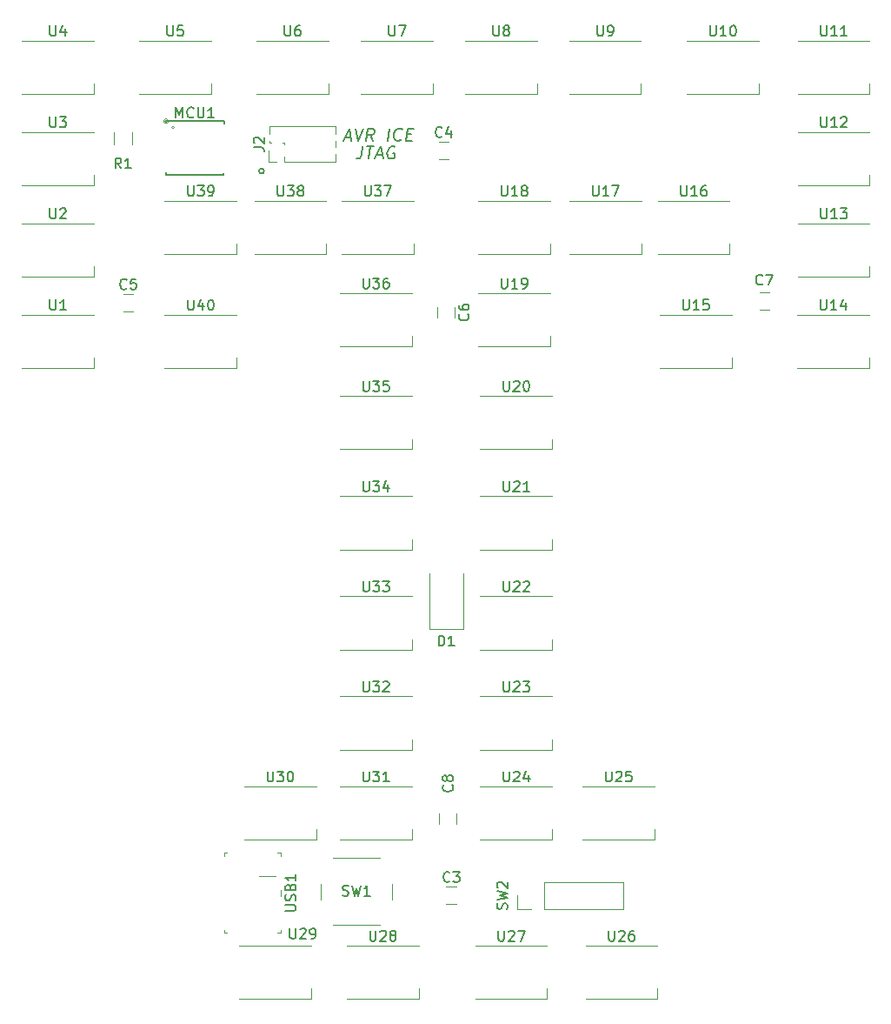
<source format=gbr>
G04 #@! TF.GenerationSoftware,KiCad,Pcbnew,(5.0.0)*
G04 #@! TF.CreationDate,2020-03-01T19:28:45-05:00*
G04 #@! TF.ProjectId,WS2812B Tiny T,575332383132422054696E7920542E6B,rev?*
G04 #@! TF.SameCoordinates,Original*
G04 #@! TF.FileFunction,Legend,Top*
G04 #@! TF.FilePolarity,Positive*
%FSLAX46Y46*%
G04 Gerber Fmt 4.6, Leading zero omitted, Abs format (unit mm)*
G04 Created by KiCad (PCBNEW (5.0.0)) date 03/01/20 19:28:45*
%MOMM*%
%LPD*%
G01*
G04 APERTURE LIST*
%ADD10C,0.200000*%
%ADD11C,0.120000*%
%ADD12C,0.100000*%
%ADD13C,0.150000*%
G04 APERTURE END LIST*
D10*
X119378392Y-68342857D02*
X119271250Y-69200000D01*
X119192678Y-69371428D01*
X119064107Y-69485714D01*
X118885535Y-69542857D01*
X118771250Y-69542857D01*
X119778392Y-68342857D02*
X120464107Y-68342857D01*
X119971250Y-69542857D02*
X120121250Y-68342857D01*
X120699821Y-69200000D02*
X121271250Y-69200000D01*
X120542678Y-69542857D02*
X121092678Y-68342857D01*
X121342678Y-69542857D01*
X122514107Y-68400000D02*
X122406964Y-68342857D01*
X122235535Y-68342857D01*
X122056964Y-68400000D01*
X121928392Y-68514285D01*
X121856964Y-68628571D01*
X121771250Y-68857142D01*
X121749821Y-69028571D01*
X121778392Y-69257142D01*
X121821250Y-69371428D01*
X121921250Y-69485714D01*
X122085535Y-69542857D01*
X122199821Y-69542857D01*
X122378392Y-69485714D01*
X122442678Y-69428571D01*
X122492678Y-69028571D01*
X122264107Y-69028571D01*
X117635535Y-67450000D02*
X118206964Y-67450000D01*
X117478392Y-67792857D02*
X118028392Y-66592857D01*
X118278392Y-67792857D01*
X118656964Y-66592857D02*
X118906964Y-67792857D01*
X119456964Y-66592857D01*
X120392678Y-67792857D02*
X120064107Y-67221428D01*
X119706964Y-67792857D02*
X119856964Y-66592857D01*
X120314107Y-66592857D01*
X120421250Y-66650000D01*
X120471250Y-66707142D01*
X120514107Y-66821428D01*
X120492678Y-66992857D01*
X120421250Y-67107142D01*
X120356964Y-67164285D01*
X120235535Y-67221428D01*
X119778392Y-67221428D01*
X121821250Y-67792857D02*
X121971250Y-66592857D01*
X123092678Y-67678571D02*
X123028392Y-67735714D01*
X122849821Y-67792857D01*
X122735535Y-67792857D01*
X122571250Y-67735714D01*
X122471250Y-67621428D01*
X122428392Y-67507142D01*
X122399821Y-67278571D01*
X122421250Y-67107142D01*
X122506964Y-66878571D01*
X122578392Y-66764285D01*
X122706964Y-66650000D01*
X122885535Y-66592857D01*
X122999821Y-66592857D01*
X123164107Y-66650000D01*
X123214107Y-66707142D01*
X123671250Y-67164285D02*
X124071250Y-67164285D01*
X124164107Y-67792857D02*
X123592678Y-67792857D01*
X123742678Y-66592857D01*
X124314107Y-66592857D01*
X109750000Y-70750000D02*
G75*
G03X109750000Y-70750000I-250000J0D01*
G01*
D11*
G04 #@! TO.C,U1*
X93162000Y-89912500D02*
X93162000Y-88912500D01*
X86162000Y-89912500D02*
X93162000Y-89912500D01*
X86162000Y-84712500D02*
X93162000Y-84712500D01*
G04 #@! TO.C,U2*
X86162000Y-75822500D02*
X93162000Y-75822500D01*
X86162000Y-81022500D02*
X93162000Y-81022500D01*
X93162000Y-81022500D02*
X93162000Y-80022500D01*
G04 #@! TO.C,U3*
X93162000Y-72132500D02*
X93162000Y-71132500D01*
X86162000Y-72132500D02*
X93162000Y-72132500D01*
X86162000Y-66932500D02*
X93162000Y-66932500D01*
G04 #@! TO.C,U4*
X86162000Y-58042500D02*
X93162000Y-58042500D01*
X86162000Y-63242500D02*
X93162000Y-63242500D01*
X93162000Y-63242500D02*
X93162000Y-62242500D01*
G04 #@! TO.C,U5*
X104592000Y-63242500D02*
X104592000Y-62242500D01*
X97592000Y-63242500D02*
X104592000Y-63242500D01*
X97592000Y-58042500D02*
X104592000Y-58042500D01*
G04 #@! TO.C,U6*
X109022000Y-58042500D02*
X116022000Y-58042500D01*
X109022000Y-63242500D02*
X116022000Y-63242500D01*
X116022000Y-63242500D02*
X116022000Y-62242500D01*
G04 #@! TO.C,U7*
X126182000Y-63242500D02*
X126182000Y-62242500D01*
X119182000Y-63242500D02*
X126182000Y-63242500D01*
X119182000Y-58042500D02*
X126182000Y-58042500D01*
G04 #@! TO.C,U8*
X129342000Y-58042500D02*
X136342000Y-58042500D01*
X129342000Y-63242500D02*
X136342000Y-63242500D01*
X136342000Y-63242500D02*
X136342000Y-62242500D01*
G04 #@! TO.C,U9*
X146462000Y-63242500D02*
X146462000Y-62242500D01*
X139462000Y-63242500D02*
X146462000Y-63242500D01*
X139462000Y-58042500D02*
X146462000Y-58042500D01*
G04 #@! TO.C,U10*
X150932000Y-58042500D02*
X157932000Y-58042500D01*
X150932000Y-63242500D02*
X157932000Y-63242500D01*
X157932000Y-63242500D02*
X157932000Y-62242500D01*
G04 #@! TO.C,U11*
X168727000Y-63242500D02*
X168727000Y-62242500D01*
X161727000Y-63242500D02*
X168727000Y-63242500D01*
X161727000Y-58042500D02*
X168727000Y-58042500D01*
G04 #@! TO.C,U12*
X161727000Y-66932500D02*
X168727000Y-66932500D01*
X161727000Y-72132500D02*
X168727000Y-72132500D01*
X168727000Y-72132500D02*
X168727000Y-71132500D01*
G04 #@! TO.C,U13*
X168727000Y-81022500D02*
X168727000Y-80022500D01*
X161727000Y-81022500D02*
X168727000Y-81022500D01*
X161727000Y-75822500D02*
X168727000Y-75822500D01*
G04 #@! TO.C,U15*
X148301000Y-84712500D02*
X155301000Y-84712500D01*
X148301000Y-89912500D02*
X155301000Y-89912500D01*
X155301000Y-89912500D02*
X155301000Y-88912500D01*
G04 #@! TO.C,U16*
X155098000Y-78822500D02*
X155098000Y-77822500D01*
X148098000Y-78822500D02*
X155098000Y-78822500D01*
X148098000Y-73622500D02*
X155098000Y-73622500D01*
G04 #@! TO.C,U17*
X139502000Y-73622500D02*
X146502000Y-73622500D01*
X139502000Y-78822500D02*
X146502000Y-78822500D01*
X146502000Y-78822500D02*
X146502000Y-77822500D01*
G04 #@! TO.C,U18*
X137612000Y-78822500D02*
X137612000Y-77822500D01*
X130612000Y-78822500D02*
X137612000Y-78822500D01*
X130612000Y-73622500D02*
X137612000Y-73622500D01*
G04 #@! TO.C,U19*
X130612000Y-82622500D02*
X137612000Y-82622500D01*
X130612000Y-87822500D02*
X137612000Y-87822500D01*
X137612000Y-87822500D02*
X137612000Y-86822500D01*
G04 #@! TO.C,U20*
X137812000Y-97822500D02*
X137812000Y-96822500D01*
X130812000Y-97822500D02*
X137812000Y-97822500D01*
X130812000Y-92622500D02*
X137812000Y-92622500D01*
G04 #@! TO.C,U21*
X137812000Y-107572000D02*
X137812000Y-106572000D01*
X130812000Y-107572000D02*
X137812000Y-107572000D01*
X130812000Y-102372000D02*
X137812000Y-102372000D01*
G04 #@! TO.C,U22*
X130812000Y-112122000D02*
X137812000Y-112122000D01*
X130812000Y-117322000D02*
X137812000Y-117322000D01*
X137812000Y-117322000D02*
X137812000Y-116322000D01*
G04 #@! TO.C,U23*
X137812000Y-127072000D02*
X137812000Y-126072000D01*
X130812000Y-127072000D02*
X137812000Y-127072000D01*
X130812000Y-121872000D02*
X137812000Y-121872000D01*
G04 #@! TO.C,U24*
X130812000Y-130622000D02*
X137812000Y-130622000D01*
X130812000Y-135822000D02*
X137812000Y-135822000D01*
X137812000Y-135822000D02*
X137812000Y-134822000D01*
G04 #@! TO.C,U25*
X147772000Y-135822000D02*
X147772000Y-134822000D01*
X140772000Y-135822000D02*
X147772000Y-135822000D01*
X140772000Y-130622000D02*
X147772000Y-130622000D01*
G04 #@! TO.C,U26*
X141062000Y-146122000D02*
X148062000Y-146122000D01*
X141062000Y-151322000D02*
X148062000Y-151322000D01*
X148062000Y-151322000D02*
X148062000Y-150322000D01*
G04 #@! TO.C,U27*
X137312000Y-151322000D02*
X137312000Y-150322000D01*
X130312000Y-151322000D02*
X137312000Y-151322000D01*
X130312000Y-146122000D02*
X137312000Y-146122000D01*
G04 #@! TO.C,U28*
X117812000Y-146122000D02*
X124812000Y-146122000D01*
X117812000Y-151322000D02*
X124812000Y-151322000D01*
X124812000Y-151322000D02*
X124812000Y-150322000D01*
G04 #@! TO.C,U29*
X114312000Y-151322000D02*
X114312000Y-150322000D01*
X107312000Y-151322000D02*
X114312000Y-151322000D01*
X107312000Y-146122000D02*
X114312000Y-146122000D01*
G04 #@! TO.C,U30*
X107812000Y-130622000D02*
X114812000Y-130622000D01*
X107812000Y-135822000D02*
X114812000Y-135822000D01*
X114812000Y-135822000D02*
X114812000Y-134822000D01*
G04 #@! TO.C,U31*
X124142000Y-135822000D02*
X124142000Y-134822000D01*
X117142000Y-135822000D02*
X124142000Y-135822000D01*
X117142000Y-130622000D02*
X124142000Y-130622000D01*
G04 #@! TO.C,U32*
X117142000Y-121872000D02*
X124142000Y-121872000D01*
X117142000Y-127072000D02*
X124142000Y-127072000D01*
X124142000Y-127072000D02*
X124142000Y-126072000D01*
G04 #@! TO.C,U33*
X124142000Y-117322000D02*
X124142000Y-116322000D01*
X117142000Y-117322000D02*
X124142000Y-117322000D01*
X117142000Y-112122000D02*
X124142000Y-112122000D01*
G04 #@! TO.C,U34*
X117142000Y-102372000D02*
X124142000Y-102372000D01*
X117142000Y-107572000D02*
X124142000Y-107572000D01*
X124142000Y-107572000D02*
X124142000Y-106572000D01*
G04 #@! TO.C,U35*
X124142000Y-97822500D02*
X124142000Y-96822500D01*
X117142000Y-97822500D02*
X124142000Y-97822500D01*
X117142000Y-92622500D02*
X124142000Y-92622500D01*
G04 #@! TO.C,U36*
X117142000Y-82622500D02*
X124142000Y-82622500D01*
X117142000Y-87822500D02*
X124142000Y-87822500D01*
X124142000Y-87822500D02*
X124142000Y-86822500D01*
G04 #@! TO.C,U37*
X124312000Y-78822500D02*
X124312000Y-77822500D01*
X117312000Y-78822500D02*
X124312000Y-78822500D01*
X117312000Y-73622500D02*
X124312000Y-73622500D01*
G04 #@! TO.C,U38*
X108812000Y-73622500D02*
X115812000Y-73622500D01*
X108812000Y-78822500D02*
X115812000Y-78822500D01*
X115812000Y-78822500D02*
X115812000Y-77822500D01*
G04 #@! TO.C,U39*
X107062000Y-78822500D02*
X107062000Y-77822500D01*
X100062000Y-78822500D02*
X107062000Y-78822500D01*
X100062000Y-73622500D02*
X107062000Y-73622500D01*
G04 #@! TO.C,U14*
X168687000Y-89912500D02*
X168687000Y-88912500D01*
X161687000Y-89912500D02*
X168687000Y-89912500D01*
X161687000Y-84712500D02*
X168687000Y-84712500D01*
G04 #@! TO.C,C3*
X128500000Y-140350000D02*
X127500000Y-140350000D01*
X127500000Y-142050000D02*
X128500000Y-142050000D01*
G04 #@! TO.C,C4*
X126750000Y-69600000D02*
X127750000Y-69600000D01*
X127750000Y-67900000D02*
X126750000Y-67900000D01*
G04 #@! TO.C,C5*
X96020000Y-84403300D02*
X97020000Y-84403300D01*
X97020000Y-82703300D02*
X96020000Y-82703300D01*
G04 #@! TO.C,C6*
X128350000Y-85000000D02*
X128350000Y-84000000D01*
X126650000Y-84000000D02*
X126650000Y-85000000D01*
G04 #@! TO.C,C7*
X158996000Y-82550900D02*
X157996000Y-82550900D01*
X157996000Y-84250900D02*
X158996000Y-84250900D01*
G04 #@! TO.C,C8*
X126750000Y-133250000D02*
X126750000Y-134250000D01*
X128450000Y-134250000D02*
X128450000Y-133250000D01*
G04 #@! TO.C,U40*
X107062000Y-89922500D02*
X107062000Y-88922500D01*
X100062000Y-89922500D02*
X107062000Y-89922500D01*
X100062000Y-84722500D02*
X107062000Y-84722500D01*
G04 #@! TO.C,SW1*
X122250000Y-141622000D02*
X122250000Y-140122000D01*
X121000000Y-137622000D02*
X116500000Y-137622000D01*
X115250000Y-140122000D02*
X115250000Y-141622000D01*
X116500000Y-144122000D02*
X121000000Y-144122000D01*
G04 #@! TO.C,R1*
X95120000Y-68150000D02*
X95120000Y-66950000D01*
X96880000Y-66950000D02*
X96880000Y-68150000D01*
D12*
G04 #@! TO.C,MCU1*
X100423607Y-65900000D02*
G75*
G03X100423607Y-65900000I-223607J0D01*
G01*
X100341421Y-65900000D02*
G75*
G03X100341421Y-65900000I-141421J0D01*
G01*
X101041421Y-66500000D02*
G75*
G03X101041421Y-66500000I-141421J0D01*
G01*
D13*
X100200000Y-65900000D02*
X100200000Y-66000000D01*
X105900000Y-65900000D02*
X105900000Y-66100000D01*
X105800000Y-71075000D02*
X105800000Y-70930000D01*
X100200000Y-71100000D02*
X100200000Y-70900000D01*
X100200000Y-65900000D02*
X105900000Y-65900000D01*
X100225000Y-71100000D02*
X105800000Y-71100000D01*
D11*
G04 #@! TO.C,D1*
X125850000Y-115300000D02*
X125850000Y-109900000D01*
X129150000Y-115300000D02*
X129150000Y-109900000D01*
X125850000Y-115300000D02*
X129150000Y-115300000D01*
G04 #@! TO.C,SW2*
X134420000Y-142580000D02*
X134420000Y-141250000D01*
X135750000Y-142580000D02*
X134420000Y-142580000D01*
X137020000Y-142580000D02*
X137020000Y-139920000D01*
X137020000Y-139920000D02*
X144700000Y-139920000D01*
X137020000Y-142580000D02*
X144700000Y-142580000D01*
X144700000Y-142580000D02*
X144700000Y-139920000D01*
G04 #@! TO.C,J2*
X110220000Y-69880000D02*
X110220000Y-68750000D01*
X110980000Y-69880000D02*
X110220000Y-69880000D01*
X110285000Y-67172470D02*
X110285000Y-66350000D01*
X110285000Y-67990000D02*
X110285000Y-67787530D01*
X110416529Y-67990000D02*
X110285000Y-67990000D01*
X111686529Y-67990000D02*
X111543471Y-67990000D01*
X111740000Y-68186529D02*
X111740000Y-68043471D01*
X111740000Y-69880000D02*
X111740000Y-69313471D01*
X110285000Y-66350000D02*
X116755000Y-66350000D01*
X111740000Y-69880000D02*
X116755000Y-69880000D01*
X116755000Y-68442470D02*
X116755000Y-67787530D01*
X116755000Y-67172470D02*
X116755000Y-66350000D01*
X116755000Y-69880000D02*
X116755000Y-69057530D01*
D12*
G04 #@! TO.C,USB1*
X110850000Y-139400000D02*
X109250000Y-139400000D01*
X111350000Y-141000000D02*
X111350000Y-141300000D01*
X111350000Y-141000000D02*
X111350000Y-140700000D01*
X105850000Y-144900000D02*
X106150000Y-144900000D01*
X105850000Y-144900000D02*
X105850000Y-144600000D01*
X105850000Y-137100000D02*
X106150000Y-137100000D01*
X105850000Y-137100000D02*
X105850000Y-137400000D01*
X111350000Y-137100000D02*
X111350000Y-137400000D01*
X111350000Y-137100000D02*
X111050000Y-137100000D01*
X111350000Y-144900000D02*
X111350000Y-144600000D01*
X111350000Y-144900000D02*
X111050000Y-144900000D01*
G04 #@! TO.C,U1*
D13*
X88900095Y-83264880D02*
X88900095Y-84074404D01*
X88947714Y-84169642D01*
X88995333Y-84217261D01*
X89090571Y-84264880D01*
X89281047Y-84264880D01*
X89376285Y-84217261D01*
X89423904Y-84169642D01*
X89471523Y-84074404D01*
X89471523Y-83264880D01*
X90471523Y-84264880D02*
X89900095Y-84264880D01*
X90185809Y-84264880D02*
X90185809Y-83264880D01*
X90090571Y-83407738D01*
X89995333Y-83502976D01*
X89900095Y-83550595D01*
G04 #@! TO.C,U2*
X88900095Y-74374880D02*
X88900095Y-75184404D01*
X88947714Y-75279642D01*
X88995333Y-75327261D01*
X89090571Y-75374880D01*
X89281047Y-75374880D01*
X89376285Y-75327261D01*
X89423904Y-75279642D01*
X89471523Y-75184404D01*
X89471523Y-74374880D01*
X89900095Y-74470119D02*
X89947714Y-74422500D01*
X90042952Y-74374880D01*
X90281047Y-74374880D01*
X90376285Y-74422500D01*
X90423904Y-74470119D01*
X90471523Y-74565357D01*
X90471523Y-74660595D01*
X90423904Y-74803452D01*
X89852476Y-75374880D01*
X90471523Y-75374880D01*
G04 #@! TO.C,U3*
X88900095Y-65484880D02*
X88900095Y-66294404D01*
X88947714Y-66389642D01*
X88995333Y-66437261D01*
X89090571Y-66484880D01*
X89281047Y-66484880D01*
X89376285Y-66437261D01*
X89423904Y-66389642D01*
X89471523Y-66294404D01*
X89471523Y-65484880D01*
X89852476Y-65484880D02*
X90471523Y-65484880D01*
X90138190Y-65865833D01*
X90281047Y-65865833D01*
X90376285Y-65913452D01*
X90423904Y-65961071D01*
X90471523Y-66056309D01*
X90471523Y-66294404D01*
X90423904Y-66389642D01*
X90376285Y-66437261D01*
X90281047Y-66484880D01*
X89995333Y-66484880D01*
X89900095Y-66437261D01*
X89852476Y-66389642D01*
G04 #@! TO.C,U4*
X88900095Y-56594880D02*
X88900095Y-57404404D01*
X88947714Y-57499642D01*
X88995333Y-57547261D01*
X89090571Y-57594880D01*
X89281047Y-57594880D01*
X89376285Y-57547261D01*
X89423904Y-57499642D01*
X89471523Y-57404404D01*
X89471523Y-56594880D01*
X90376285Y-56928214D02*
X90376285Y-57594880D01*
X90138190Y-56547261D02*
X89900095Y-57261547D01*
X90519142Y-57261547D01*
G04 #@! TO.C,U5*
X100330095Y-56594880D02*
X100330095Y-57404404D01*
X100377714Y-57499642D01*
X100425333Y-57547261D01*
X100520571Y-57594880D01*
X100711047Y-57594880D01*
X100806285Y-57547261D01*
X100853904Y-57499642D01*
X100901523Y-57404404D01*
X100901523Y-56594880D01*
X101853904Y-56594880D02*
X101377714Y-56594880D01*
X101330095Y-57071071D01*
X101377714Y-57023452D01*
X101472952Y-56975833D01*
X101711047Y-56975833D01*
X101806285Y-57023452D01*
X101853904Y-57071071D01*
X101901523Y-57166309D01*
X101901523Y-57404404D01*
X101853904Y-57499642D01*
X101806285Y-57547261D01*
X101711047Y-57594880D01*
X101472952Y-57594880D01*
X101377714Y-57547261D01*
X101330095Y-57499642D01*
G04 #@! TO.C,U6*
X111760095Y-56594880D02*
X111760095Y-57404404D01*
X111807714Y-57499642D01*
X111855333Y-57547261D01*
X111950571Y-57594880D01*
X112141047Y-57594880D01*
X112236285Y-57547261D01*
X112283904Y-57499642D01*
X112331523Y-57404404D01*
X112331523Y-56594880D01*
X113236285Y-56594880D02*
X113045809Y-56594880D01*
X112950571Y-56642500D01*
X112902952Y-56690119D01*
X112807714Y-56832976D01*
X112760095Y-57023452D01*
X112760095Y-57404404D01*
X112807714Y-57499642D01*
X112855333Y-57547261D01*
X112950571Y-57594880D01*
X113141047Y-57594880D01*
X113236285Y-57547261D01*
X113283904Y-57499642D01*
X113331523Y-57404404D01*
X113331523Y-57166309D01*
X113283904Y-57071071D01*
X113236285Y-57023452D01*
X113141047Y-56975833D01*
X112950571Y-56975833D01*
X112855333Y-57023452D01*
X112807714Y-57071071D01*
X112760095Y-57166309D01*
G04 #@! TO.C,U7*
X121920095Y-56594880D02*
X121920095Y-57404404D01*
X121967714Y-57499642D01*
X122015333Y-57547261D01*
X122110571Y-57594880D01*
X122301047Y-57594880D01*
X122396285Y-57547261D01*
X122443904Y-57499642D01*
X122491523Y-57404404D01*
X122491523Y-56594880D01*
X122872476Y-56594880D02*
X123539142Y-56594880D01*
X123110571Y-57594880D01*
G04 #@! TO.C,U8*
X132080095Y-56594880D02*
X132080095Y-57404404D01*
X132127714Y-57499642D01*
X132175333Y-57547261D01*
X132270571Y-57594880D01*
X132461047Y-57594880D01*
X132556285Y-57547261D01*
X132603904Y-57499642D01*
X132651523Y-57404404D01*
X132651523Y-56594880D01*
X133270571Y-57023452D02*
X133175333Y-56975833D01*
X133127714Y-56928214D01*
X133080095Y-56832976D01*
X133080095Y-56785357D01*
X133127714Y-56690119D01*
X133175333Y-56642500D01*
X133270571Y-56594880D01*
X133461047Y-56594880D01*
X133556285Y-56642500D01*
X133603904Y-56690119D01*
X133651523Y-56785357D01*
X133651523Y-56832976D01*
X133603904Y-56928214D01*
X133556285Y-56975833D01*
X133461047Y-57023452D01*
X133270571Y-57023452D01*
X133175333Y-57071071D01*
X133127714Y-57118690D01*
X133080095Y-57213928D01*
X133080095Y-57404404D01*
X133127714Y-57499642D01*
X133175333Y-57547261D01*
X133270571Y-57594880D01*
X133461047Y-57594880D01*
X133556285Y-57547261D01*
X133603904Y-57499642D01*
X133651523Y-57404404D01*
X133651523Y-57213928D01*
X133603904Y-57118690D01*
X133556285Y-57071071D01*
X133461047Y-57023452D01*
G04 #@! TO.C,U9*
X142200095Y-56594880D02*
X142200095Y-57404404D01*
X142247714Y-57499642D01*
X142295333Y-57547261D01*
X142390571Y-57594880D01*
X142581047Y-57594880D01*
X142676285Y-57547261D01*
X142723904Y-57499642D01*
X142771523Y-57404404D01*
X142771523Y-56594880D01*
X143295333Y-57594880D02*
X143485809Y-57594880D01*
X143581047Y-57547261D01*
X143628666Y-57499642D01*
X143723904Y-57356785D01*
X143771523Y-57166309D01*
X143771523Y-56785357D01*
X143723904Y-56690119D01*
X143676285Y-56642500D01*
X143581047Y-56594880D01*
X143390571Y-56594880D01*
X143295333Y-56642500D01*
X143247714Y-56690119D01*
X143200095Y-56785357D01*
X143200095Y-57023452D01*
X143247714Y-57118690D01*
X143295333Y-57166309D01*
X143390571Y-57213928D01*
X143581047Y-57213928D01*
X143676285Y-57166309D01*
X143723904Y-57118690D01*
X143771523Y-57023452D01*
G04 #@! TO.C,U10*
X153193904Y-56594880D02*
X153193904Y-57404404D01*
X153241523Y-57499642D01*
X153289142Y-57547261D01*
X153384380Y-57594880D01*
X153574857Y-57594880D01*
X153670095Y-57547261D01*
X153717714Y-57499642D01*
X153765333Y-57404404D01*
X153765333Y-56594880D01*
X154765333Y-57594880D02*
X154193904Y-57594880D01*
X154479619Y-57594880D02*
X154479619Y-56594880D01*
X154384380Y-56737738D01*
X154289142Y-56832976D01*
X154193904Y-56880595D01*
X155384380Y-56594880D02*
X155479619Y-56594880D01*
X155574857Y-56642500D01*
X155622476Y-56690119D01*
X155670095Y-56785357D01*
X155717714Y-56975833D01*
X155717714Y-57213928D01*
X155670095Y-57404404D01*
X155622476Y-57499642D01*
X155574857Y-57547261D01*
X155479619Y-57594880D01*
X155384380Y-57594880D01*
X155289142Y-57547261D01*
X155241523Y-57499642D01*
X155193904Y-57404404D01*
X155146285Y-57213928D01*
X155146285Y-56975833D01*
X155193904Y-56785357D01*
X155241523Y-56690119D01*
X155289142Y-56642500D01*
X155384380Y-56594880D01*
G04 #@! TO.C,U11*
X163988904Y-56594880D02*
X163988904Y-57404404D01*
X164036523Y-57499642D01*
X164084142Y-57547261D01*
X164179380Y-57594880D01*
X164369857Y-57594880D01*
X164465095Y-57547261D01*
X164512714Y-57499642D01*
X164560333Y-57404404D01*
X164560333Y-56594880D01*
X165560333Y-57594880D02*
X164988904Y-57594880D01*
X165274619Y-57594880D02*
X165274619Y-56594880D01*
X165179380Y-56737738D01*
X165084142Y-56832976D01*
X164988904Y-56880595D01*
X166512714Y-57594880D02*
X165941285Y-57594880D01*
X166227000Y-57594880D02*
X166227000Y-56594880D01*
X166131761Y-56737738D01*
X166036523Y-56832976D01*
X165941285Y-56880595D01*
G04 #@! TO.C,U12*
X163988904Y-65484880D02*
X163988904Y-66294404D01*
X164036523Y-66389642D01*
X164084142Y-66437261D01*
X164179380Y-66484880D01*
X164369857Y-66484880D01*
X164465095Y-66437261D01*
X164512714Y-66389642D01*
X164560333Y-66294404D01*
X164560333Y-65484880D01*
X165560333Y-66484880D02*
X164988904Y-66484880D01*
X165274619Y-66484880D02*
X165274619Y-65484880D01*
X165179380Y-65627738D01*
X165084142Y-65722976D01*
X164988904Y-65770595D01*
X165941285Y-65580119D02*
X165988904Y-65532500D01*
X166084142Y-65484880D01*
X166322238Y-65484880D01*
X166417476Y-65532500D01*
X166465095Y-65580119D01*
X166512714Y-65675357D01*
X166512714Y-65770595D01*
X166465095Y-65913452D01*
X165893666Y-66484880D01*
X166512714Y-66484880D01*
G04 #@! TO.C,U13*
X163988904Y-74374880D02*
X163988904Y-75184404D01*
X164036523Y-75279642D01*
X164084142Y-75327261D01*
X164179380Y-75374880D01*
X164369857Y-75374880D01*
X164465095Y-75327261D01*
X164512714Y-75279642D01*
X164560333Y-75184404D01*
X164560333Y-74374880D01*
X165560333Y-75374880D02*
X164988904Y-75374880D01*
X165274619Y-75374880D02*
X165274619Y-74374880D01*
X165179380Y-74517738D01*
X165084142Y-74612976D01*
X164988904Y-74660595D01*
X165893666Y-74374880D02*
X166512714Y-74374880D01*
X166179380Y-74755833D01*
X166322238Y-74755833D01*
X166417476Y-74803452D01*
X166465095Y-74851071D01*
X166512714Y-74946309D01*
X166512714Y-75184404D01*
X166465095Y-75279642D01*
X166417476Y-75327261D01*
X166322238Y-75374880D01*
X166036523Y-75374880D01*
X165941285Y-75327261D01*
X165893666Y-75279642D01*
G04 #@! TO.C,U15*
X150562904Y-83264880D02*
X150562904Y-84074404D01*
X150610523Y-84169642D01*
X150658142Y-84217261D01*
X150753380Y-84264880D01*
X150943857Y-84264880D01*
X151039095Y-84217261D01*
X151086714Y-84169642D01*
X151134333Y-84074404D01*
X151134333Y-83264880D01*
X152134333Y-84264880D02*
X151562904Y-84264880D01*
X151848619Y-84264880D02*
X151848619Y-83264880D01*
X151753380Y-83407738D01*
X151658142Y-83502976D01*
X151562904Y-83550595D01*
X153039095Y-83264880D02*
X152562904Y-83264880D01*
X152515285Y-83741071D01*
X152562904Y-83693452D01*
X152658142Y-83645833D01*
X152896238Y-83645833D01*
X152991476Y-83693452D01*
X153039095Y-83741071D01*
X153086714Y-83836309D01*
X153086714Y-84074404D01*
X153039095Y-84169642D01*
X152991476Y-84217261D01*
X152896238Y-84264880D01*
X152658142Y-84264880D01*
X152562904Y-84217261D01*
X152515285Y-84169642D01*
G04 #@! TO.C,U16*
X150359904Y-72174880D02*
X150359904Y-72984404D01*
X150407523Y-73079642D01*
X150455142Y-73127261D01*
X150550380Y-73174880D01*
X150740857Y-73174880D01*
X150836095Y-73127261D01*
X150883714Y-73079642D01*
X150931333Y-72984404D01*
X150931333Y-72174880D01*
X151931333Y-73174880D02*
X151359904Y-73174880D01*
X151645619Y-73174880D02*
X151645619Y-72174880D01*
X151550380Y-72317738D01*
X151455142Y-72412976D01*
X151359904Y-72460595D01*
X152788476Y-72174880D02*
X152598000Y-72174880D01*
X152502761Y-72222500D01*
X152455142Y-72270119D01*
X152359904Y-72412976D01*
X152312285Y-72603452D01*
X152312285Y-72984404D01*
X152359904Y-73079642D01*
X152407523Y-73127261D01*
X152502761Y-73174880D01*
X152693238Y-73174880D01*
X152788476Y-73127261D01*
X152836095Y-73079642D01*
X152883714Y-72984404D01*
X152883714Y-72746309D01*
X152836095Y-72651071D01*
X152788476Y-72603452D01*
X152693238Y-72555833D01*
X152502761Y-72555833D01*
X152407523Y-72603452D01*
X152359904Y-72651071D01*
X152312285Y-72746309D01*
G04 #@! TO.C,U17*
X141763904Y-72174880D02*
X141763904Y-72984404D01*
X141811523Y-73079642D01*
X141859142Y-73127261D01*
X141954380Y-73174880D01*
X142144857Y-73174880D01*
X142240095Y-73127261D01*
X142287714Y-73079642D01*
X142335333Y-72984404D01*
X142335333Y-72174880D01*
X143335333Y-73174880D02*
X142763904Y-73174880D01*
X143049619Y-73174880D02*
X143049619Y-72174880D01*
X142954380Y-72317738D01*
X142859142Y-72412976D01*
X142763904Y-72460595D01*
X143668666Y-72174880D02*
X144335333Y-72174880D01*
X143906761Y-73174880D01*
G04 #@! TO.C,U18*
X132873904Y-72174880D02*
X132873904Y-72984404D01*
X132921523Y-73079642D01*
X132969142Y-73127261D01*
X133064380Y-73174880D01*
X133254857Y-73174880D01*
X133350095Y-73127261D01*
X133397714Y-73079642D01*
X133445333Y-72984404D01*
X133445333Y-72174880D01*
X134445333Y-73174880D02*
X133873904Y-73174880D01*
X134159619Y-73174880D02*
X134159619Y-72174880D01*
X134064380Y-72317738D01*
X133969142Y-72412976D01*
X133873904Y-72460595D01*
X135016761Y-72603452D02*
X134921523Y-72555833D01*
X134873904Y-72508214D01*
X134826285Y-72412976D01*
X134826285Y-72365357D01*
X134873904Y-72270119D01*
X134921523Y-72222500D01*
X135016761Y-72174880D01*
X135207238Y-72174880D01*
X135302476Y-72222500D01*
X135350095Y-72270119D01*
X135397714Y-72365357D01*
X135397714Y-72412976D01*
X135350095Y-72508214D01*
X135302476Y-72555833D01*
X135207238Y-72603452D01*
X135016761Y-72603452D01*
X134921523Y-72651071D01*
X134873904Y-72698690D01*
X134826285Y-72793928D01*
X134826285Y-72984404D01*
X134873904Y-73079642D01*
X134921523Y-73127261D01*
X135016761Y-73174880D01*
X135207238Y-73174880D01*
X135302476Y-73127261D01*
X135350095Y-73079642D01*
X135397714Y-72984404D01*
X135397714Y-72793928D01*
X135350095Y-72698690D01*
X135302476Y-72651071D01*
X135207238Y-72603452D01*
G04 #@! TO.C,U19*
X132873904Y-81174880D02*
X132873904Y-81984404D01*
X132921523Y-82079642D01*
X132969142Y-82127261D01*
X133064380Y-82174880D01*
X133254857Y-82174880D01*
X133350095Y-82127261D01*
X133397714Y-82079642D01*
X133445333Y-81984404D01*
X133445333Y-81174880D01*
X134445333Y-82174880D02*
X133873904Y-82174880D01*
X134159619Y-82174880D02*
X134159619Y-81174880D01*
X134064380Y-81317738D01*
X133969142Y-81412976D01*
X133873904Y-81460595D01*
X134921523Y-82174880D02*
X135112000Y-82174880D01*
X135207238Y-82127261D01*
X135254857Y-82079642D01*
X135350095Y-81936785D01*
X135397714Y-81746309D01*
X135397714Y-81365357D01*
X135350095Y-81270119D01*
X135302476Y-81222500D01*
X135207238Y-81174880D01*
X135016761Y-81174880D01*
X134921523Y-81222500D01*
X134873904Y-81270119D01*
X134826285Y-81365357D01*
X134826285Y-81603452D01*
X134873904Y-81698690D01*
X134921523Y-81746309D01*
X135016761Y-81793928D01*
X135207238Y-81793928D01*
X135302476Y-81746309D01*
X135350095Y-81698690D01*
X135397714Y-81603452D01*
G04 #@! TO.C,U20*
X133073904Y-91174880D02*
X133073904Y-91984404D01*
X133121523Y-92079642D01*
X133169142Y-92127261D01*
X133264380Y-92174880D01*
X133454857Y-92174880D01*
X133550095Y-92127261D01*
X133597714Y-92079642D01*
X133645333Y-91984404D01*
X133645333Y-91174880D01*
X134073904Y-91270119D02*
X134121523Y-91222500D01*
X134216761Y-91174880D01*
X134454857Y-91174880D01*
X134550095Y-91222500D01*
X134597714Y-91270119D01*
X134645333Y-91365357D01*
X134645333Y-91460595D01*
X134597714Y-91603452D01*
X134026285Y-92174880D01*
X134645333Y-92174880D01*
X135264380Y-91174880D02*
X135359619Y-91174880D01*
X135454857Y-91222500D01*
X135502476Y-91270119D01*
X135550095Y-91365357D01*
X135597714Y-91555833D01*
X135597714Y-91793928D01*
X135550095Y-91984404D01*
X135502476Y-92079642D01*
X135454857Y-92127261D01*
X135359619Y-92174880D01*
X135264380Y-92174880D01*
X135169142Y-92127261D01*
X135121523Y-92079642D01*
X135073904Y-91984404D01*
X135026285Y-91793928D01*
X135026285Y-91555833D01*
X135073904Y-91365357D01*
X135121523Y-91270119D01*
X135169142Y-91222500D01*
X135264380Y-91174880D01*
G04 #@! TO.C,U21*
X133073904Y-100924380D02*
X133073904Y-101733904D01*
X133121523Y-101829142D01*
X133169142Y-101876761D01*
X133264380Y-101924380D01*
X133454857Y-101924380D01*
X133550095Y-101876761D01*
X133597714Y-101829142D01*
X133645333Y-101733904D01*
X133645333Y-100924380D01*
X134073904Y-101019619D02*
X134121523Y-100972000D01*
X134216761Y-100924380D01*
X134454857Y-100924380D01*
X134550095Y-100972000D01*
X134597714Y-101019619D01*
X134645333Y-101114857D01*
X134645333Y-101210095D01*
X134597714Y-101352952D01*
X134026285Y-101924380D01*
X134645333Y-101924380D01*
X135597714Y-101924380D02*
X135026285Y-101924380D01*
X135312000Y-101924380D02*
X135312000Y-100924380D01*
X135216761Y-101067238D01*
X135121523Y-101162476D01*
X135026285Y-101210095D01*
G04 #@! TO.C,U22*
X133073904Y-110674380D02*
X133073904Y-111483904D01*
X133121523Y-111579142D01*
X133169142Y-111626761D01*
X133264380Y-111674380D01*
X133454857Y-111674380D01*
X133550095Y-111626761D01*
X133597714Y-111579142D01*
X133645333Y-111483904D01*
X133645333Y-110674380D01*
X134073904Y-110769619D02*
X134121523Y-110722000D01*
X134216761Y-110674380D01*
X134454857Y-110674380D01*
X134550095Y-110722000D01*
X134597714Y-110769619D01*
X134645333Y-110864857D01*
X134645333Y-110960095D01*
X134597714Y-111102952D01*
X134026285Y-111674380D01*
X134645333Y-111674380D01*
X135026285Y-110769619D02*
X135073904Y-110722000D01*
X135169142Y-110674380D01*
X135407238Y-110674380D01*
X135502476Y-110722000D01*
X135550095Y-110769619D01*
X135597714Y-110864857D01*
X135597714Y-110960095D01*
X135550095Y-111102952D01*
X134978666Y-111674380D01*
X135597714Y-111674380D01*
G04 #@! TO.C,U23*
X133073904Y-120424380D02*
X133073904Y-121233904D01*
X133121523Y-121329142D01*
X133169142Y-121376761D01*
X133264380Y-121424380D01*
X133454857Y-121424380D01*
X133550095Y-121376761D01*
X133597714Y-121329142D01*
X133645333Y-121233904D01*
X133645333Y-120424380D01*
X134073904Y-120519619D02*
X134121523Y-120472000D01*
X134216761Y-120424380D01*
X134454857Y-120424380D01*
X134550095Y-120472000D01*
X134597714Y-120519619D01*
X134645333Y-120614857D01*
X134645333Y-120710095D01*
X134597714Y-120852952D01*
X134026285Y-121424380D01*
X134645333Y-121424380D01*
X134978666Y-120424380D02*
X135597714Y-120424380D01*
X135264380Y-120805333D01*
X135407238Y-120805333D01*
X135502476Y-120852952D01*
X135550095Y-120900571D01*
X135597714Y-120995809D01*
X135597714Y-121233904D01*
X135550095Y-121329142D01*
X135502476Y-121376761D01*
X135407238Y-121424380D01*
X135121523Y-121424380D01*
X135026285Y-121376761D01*
X134978666Y-121329142D01*
G04 #@! TO.C,U24*
X133073904Y-129174380D02*
X133073904Y-129983904D01*
X133121523Y-130079142D01*
X133169142Y-130126761D01*
X133264380Y-130174380D01*
X133454857Y-130174380D01*
X133550095Y-130126761D01*
X133597714Y-130079142D01*
X133645333Y-129983904D01*
X133645333Y-129174380D01*
X134073904Y-129269619D02*
X134121523Y-129222000D01*
X134216761Y-129174380D01*
X134454857Y-129174380D01*
X134550095Y-129222000D01*
X134597714Y-129269619D01*
X134645333Y-129364857D01*
X134645333Y-129460095D01*
X134597714Y-129602952D01*
X134026285Y-130174380D01*
X134645333Y-130174380D01*
X135502476Y-129507714D02*
X135502476Y-130174380D01*
X135264380Y-129126761D02*
X135026285Y-129841047D01*
X135645333Y-129841047D01*
G04 #@! TO.C,U25*
X143033904Y-129174380D02*
X143033904Y-129983904D01*
X143081523Y-130079142D01*
X143129142Y-130126761D01*
X143224380Y-130174380D01*
X143414857Y-130174380D01*
X143510095Y-130126761D01*
X143557714Y-130079142D01*
X143605333Y-129983904D01*
X143605333Y-129174380D01*
X144033904Y-129269619D02*
X144081523Y-129222000D01*
X144176761Y-129174380D01*
X144414857Y-129174380D01*
X144510095Y-129222000D01*
X144557714Y-129269619D01*
X144605333Y-129364857D01*
X144605333Y-129460095D01*
X144557714Y-129602952D01*
X143986285Y-130174380D01*
X144605333Y-130174380D01*
X145510095Y-129174380D02*
X145033904Y-129174380D01*
X144986285Y-129650571D01*
X145033904Y-129602952D01*
X145129142Y-129555333D01*
X145367238Y-129555333D01*
X145462476Y-129602952D01*
X145510095Y-129650571D01*
X145557714Y-129745809D01*
X145557714Y-129983904D01*
X145510095Y-130079142D01*
X145462476Y-130126761D01*
X145367238Y-130174380D01*
X145129142Y-130174380D01*
X145033904Y-130126761D01*
X144986285Y-130079142D01*
G04 #@! TO.C,U26*
X143323904Y-144674380D02*
X143323904Y-145483904D01*
X143371523Y-145579142D01*
X143419142Y-145626761D01*
X143514380Y-145674380D01*
X143704857Y-145674380D01*
X143800095Y-145626761D01*
X143847714Y-145579142D01*
X143895333Y-145483904D01*
X143895333Y-144674380D01*
X144323904Y-144769619D02*
X144371523Y-144722000D01*
X144466761Y-144674380D01*
X144704857Y-144674380D01*
X144800095Y-144722000D01*
X144847714Y-144769619D01*
X144895333Y-144864857D01*
X144895333Y-144960095D01*
X144847714Y-145102952D01*
X144276285Y-145674380D01*
X144895333Y-145674380D01*
X145752476Y-144674380D02*
X145562000Y-144674380D01*
X145466761Y-144722000D01*
X145419142Y-144769619D01*
X145323904Y-144912476D01*
X145276285Y-145102952D01*
X145276285Y-145483904D01*
X145323904Y-145579142D01*
X145371523Y-145626761D01*
X145466761Y-145674380D01*
X145657238Y-145674380D01*
X145752476Y-145626761D01*
X145800095Y-145579142D01*
X145847714Y-145483904D01*
X145847714Y-145245809D01*
X145800095Y-145150571D01*
X145752476Y-145102952D01*
X145657238Y-145055333D01*
X145466761Y-145055333D01*
X145371523Y-145102952D01*
X145323904Y-145150571D01*
X145276285Y-145245809D01*
G04 #@! TO.C,U27*
X132573904Y-144674380D02*
X132573904Y-145483904D01*
X132621523Y-145579142D01*
X132669142Y-145626761D01*
X132764380Y-145674380D01*
X132954857Y-145674380D01*
X133050095Y-145626761D01*
X133097714Y-145579142D01*
X133145333Y-145483904D01*
X133145333Y-144674380D01*
X133573904Y-144769619D02*
X133621523Y-144722000D01*
X133716761Y-144674380D01*
X133954857Y-144674380D01*
X134050095Y-144722000D01*
X134097714Y-144769619D01*
X134145333Y-144864857D01*
X134145333Y-144960095D01*
X134097714Y-145102952D01*
X133526285Y-145674380D01*
X134145333Y-145674380D01*
X134478666Y-144674380D02*
X135145333Y-144674380D01*
X134716761Y-145674380D01*
G04 #@! TO.C,U28*
X120073904Y-144674380D02*
X120073904Y-145483904D01*
X120121523Y-145579142D01*
X120169142Y-145626761D01*
X120264380Y-145674380D01*
X120454857Y-145674380D01*
X120550095Y-145626761D01*
X120597714Y-145579142D01*
X120645333Y-145483904D01*
X120645333Y-144674380D01*
X121073904Y-144769619D02*
X121121523Y-144722000D01*
X121216761Y-144674380D01*
X121454857Y-144674380D01*
X121550095Y-144722000D01*
X121597714Y-144769619D01*
X121645333Y-144864857D01*
X121645333Y-144960095D01*
X121597714Y-145102952D01*
X121026285Y-145674380D01*
X121645333Y-145674380D01*
X122216761Y-145102952D02*
X122121523Y-145055333D01*
X122073904Y-145007714D01*
X122026285Y-144912476D01*
X122026285Y-144864857D01*
X122073904Y-144769619D01*
X122121523Y-144722000D01*
X122216761Y-144674380D01*
X122407238Y-144674380D01*
X122502476Y-144722000D01*
X122550095Y-144769619D01*
X122597714Y-144864857D01*
X122597714Y-144912476D01*
X122550095Y-145007714D01*
X122502476Y-145055333D01*
X122407238Y-145102952D01*
X122216761Y-145102952D01*
X122121523Y-145150571D01*
X122073904Y-145198190D01*
X122026285Y-145293428D01*
X122026285Y-145483904D01*
X122073904Y-145579142D01*
X122121523Y-145626761D01*
X122216761Y-145674380D01*
X122407238Y-145674380D01*
X122502476Y-145626761D01*
X122550095Y-145579142D01*
X122597714Y-145483904D01*
X122597714Y-145293428D01*
X122550095Y-145198190D01*
X122502476Y-145150571D01*
X122407238Y-145102952D01*
G04 #@! TO.C,U29*
X112261904Y-144452380D02*
X112261904Y-145261904D01*
X112309523Y-145357142D01*
X112357142Y-145404761D01*
X112452380Y-145452380D01*
X112642857Y-145452380D01*
X112738095Y-145404761D01*
X112785714Y-145357142D01*
X112833333Y-145261904D01*
X112833333Y-144452380D01*
X113261904Y-144547619D02*
X113309523Y-144500000D01*
X113404761Y-144452380D01*
X113642857Y-144452380D01*
X113738095Y-144500000D01*
X113785714Y-144547619D01*
X113833333Y-144642857D01*
X113833333Y-144738095D01*
X113785714Y-144880952D01*
X113214285Y-145452380D01*
X113833333Y-145452380D01*
X114309523Y-145452380D02*
X114500000Y-145452380D01*
X114595238Y-145404761D01*
X114642857Y-145357142D01*
X114738095Y-145214285D01*
X114785714Y-145023809D01*
X114785714Y-144642857D01*
X114738095Y-144547619D01*
X114690476Y-144500000D01*
X114595238Y-144452380D01*
X114404761Y-144452380D01*
X114309523Y-144500000D01*
X114261904Y-144547619D01*
X114214285Y-144642857D01*
X114214285Y-144880952D01*
X114261904Y-144976190D01*
X114309523Y-145023809D01*
X114404761Y-145071428D01*
X114595238Y-145071428D01*
X114690476Y-145023809D01*
X114738095Y-144976190D01*
X114785714Y-144880952D01*
G04 #@! TO.C,U30*
X110073904Y-129174380D02*
X110073904Y-129983904D01*
X110121523Y-130079142D01*
X110169142Y-130126761D01*
X110264380Y-130174380D01*
X110454857Y-130174380D01*
X110550095Y-130126761D01*
X110597714Y-130079142D01*
X110645333Y-129983904D01*
X110645333Y-129174380D01*
X111026285Y-129174380D02*
X111645333Y-129174380D01*
X111312000Y-129555333D01*
X111454857Y-129555333D01*
X111550095Y-129602952D01*
X111597714Y-129650571D01*
X111645333Y-129745809D01*
X111645333Y-129983904D01*
X111597714Y-130079142D01*
X111550095Y-130126761D01*
X111454857Y-130174380D01*
X111169142Y-130174380D01*
X111073904Y-130126761D01*
X111026285Y-130079142D01*
X112264380Y-129174380D02*
X112359619Y-129174380D01*
X112454857Y-129222000D01*
X112502476Y-129269619D01*
X112550095Y-129364857D01*
X112597714Y-129555333D01*
X112597714Y-129793428D01*
X112550095Y-129983904D01*
X112502476Y-130079142D01*
X112454857Y-130126761D01*
X112359619Y-130174380D01*
X112264380Y-130174380D01*
X112169142Y-130126761D01*
X112121523Y-130079142D01*
X112073904Y-129983904D01*
X112026285Y-129793428D01*
X112026285Y-129555333D01*
X112073904Y-129364857D01*
X112121523Y-129269619D01*
X112169142Y-129222000D01*
X112264380Y-129174380D01*
G04 #@! TO.C,U31*
X119403904Y-129174380D02*
X119403904Y-129983904D01*
X119451523Y-130079142D01*
X119499142Y-130126761D01*
X119594380Y-130174380D01*
X119784857Y-130174380D01*
X119880095Y-130126761D01*
X119927714Y-130079142D01*
X119975333Y-129983904D01*
X119975333Y-129174380D01*
X120356285Y-129174380D02*
X120975333Y-129174380D01*
X120642000Y-129555333D01*
X120784857Y-129555333D01*
X120880095Y-129602952D01*
X120927714Y-129650571D01*
X120975333Y-129745809D01*
X120975333Y-129983904D01*
X120927714Y-130079142D01*
X120880095Y-130126761D01*
X120784857Y-130174380D01*
X120499142Y-130174380D01*
X120403904Y-130126761D01*
X120356285Y-130079142D01*
X121927714Y-130174380D02*
X121356285Y-130174380D01*
X121642000Y-130174380D02*
X121642000Y-129174380D01*
X121546761Y-129317238D01*
X121451523Y-129412476D01*
X121356285Y-129460095D01*
G04 #@! TO.C,U32*
X119403904Y-120424380D02*
X119403904Y-121233904D01*
X119451523Y-121329142D01*
X119499142Y-121376761D01*
X119594380Y-121424380D01*
X119784857Y-121424380D01*
X119880095Y-121376761D01*
X119927714Y-121329142D01*
X119975333Y-121233904D01*
X119975333Y-120424380D01*
X120356285Y-120424380D02*
X120975333Y-120424380D01*
X120642000Y-120805333D01*
X120784857Y-120805333D01*
X120880095Y-120852952D01*
X120927714Y-120900571D01*
X120975333Y-120995809D01*
X120975333Y-121233904D01*
X120927714Y-121329142D01*
X120880095Y-121376761D01*
X120784857Y-121424380D01*
X120499142Y-121424380D01*
X120403904Y-121376761D01*
X120356285Y-121329142D01*
X121356285Y-120519619D02*
X121403904Y-120472000D01*
X121499142Y-120424380D01*
X121737238Y-120424380D01*
X121832476Y-120472000D01*
X121880095Y-120519619D01*
X121927714Y-120614857D01*
X121927714Y-120710095D01*
X121880095Y-120852952D01*
X121308666Y-121424380D01*
X121927714Y-121424380D01*
G04 #@! TO.C,U33*
X119403904Y-110674380D02*
X119403904Y-111483904D01*
X119451523Y-111579142D01*
X119499142Y-111626761D01*
X119594380Y-111674380D01*
X119784857Y-111674380D01*
X119880095Y-111626761D01*
X119927714Y-111579142D01*
X119975333Y-111483904D01*
X119975333Y-110674380D01*
X120356285Y-110674380D02*
X120975333Y-110674380D01*
X120642000Y-111055333D01*
X120784857Y-111055333D01*
X120880095Y-111102952D01*
X120927714Y-111150571D01*
X120975333Y-111245809D01*
X120975333Y-111483904D01*
X120927714Y-111579142D01*
X120880095Y-111626761D01*
X120784857Y-111674380D01*
X120499142Y-111674380D01*
X120403904Y-111626761D01*
X120356285Y-111579142D01*
X121308666Y-110674380D02*
X121927714Y-110674380D01*
X121594380Y-111055333D01*
X121737238Y-111055333D01*
X121832476Y-111102952D01*
X121880095Y-111150571D01*
X121927714Y-111245809D01*
X121927714Y-111483904D01*
X121880095Y-111579142D01*
X121832476Y-111626761D01*
X121737238Y-111674380D01*
X121451523Y-111674380D01*
X121356285Y-111626761D01*
X121308666Y-111579142D01*
G04 #@! TO.C,U34*
X119403904Y-100924380D02*
X119403904Y-101733904D01*
X119451523Y-101829142D01*
X119499142Y-101876761D01*
X119594380Y-101924380D01*
X119784857Y-101924380D01*
X119880095Y-101876761D01*
X119927714Y-101829142D01*
X119975333Y-101733904D01*
X119975333Y-100924380D01*
X120356285Y-100924380D02*
X120975333Y-100924380D01*
X120642000Y-101305333D01*
X120784857Y-101305333D01*
X120880095Y-101352952D01*
X120927714Y-101400571D01*
X120975333Y-101495809D01*
X120975333Y-101733904D01*
X120927714Y-101829142D01*
X120880095Y-101876761D01*
X120784857Y-101924380D01*
X120499142Y-101924380D01*
X120403904Y-101876761D01*
X120356285Y-101829142D01*
X121832476Y-101257714D02*
X121832476Y-101924380D01*
X121594380Y-100876761D02*
X121356285Y-101591047D01*
X121975333Y-101591047D01*
G04 #@! TO.C,U35*
X119403904Y-91174880D02*
X119403904Y-91984404D01*
X119451523Y-92079642D01*
X119499142Y-92127261D01*
X119594380Y-92174880D01*
X119784857Y-92174880D01*
X119880095Y-92127261D01*
X119927714Y-92079642D01*
X119975333Y-91984404D01*
X119975333Y-91174880D01*
X120356285Y-91174880D02*
X120975333Y-91174880D01*
X120642000Y-91555833D01*
X120784857Y-91555833D01*
X120880095Y-91603452D01*
X120927714Y-91651071D01*
X120975333Y-91746309D01*
X120975333Y-91984404D01*
X120927714Y-92079642D01*
X120880095Y-92127261D01*
X120784857Y-92174880D01*
X120499142Y-92174880D01*
X120403904Y-92127261D01*
X120356285Y-92079642D01*
X121880095Y-91174880D02*
X121403904Y-91174880D01*
X121356285Y-91651071D01*
X121403904Y-91603452D01*
X121499142Y-91555833D01*
X121737238Y-91555833D01*
X121832476Y-91603452D01*
X121880095Y-91651071D01*
X121927714Y-91746309D01*
X121927714Y-91984404D01*
X121880095Y-92079642D01*
X121832476Y-92127261D01*
X121737238Y-92174880D01*
X121499142Y-92174880D01*
X121403904Y-92127261D01*
X121356285Y-92079642D01*
G04 #@! TO.C,U36*
X119403904Y-81174880D02*
X119403904Y-81984404D01*
X119451523Y-82079642D01*
X119499142Y-82127261D01*
X119594380Y-82174880D01*
X119784857Y-82174880D01*
X119880095Y-82127261D01*
X119927714Y-82079642D01*
X119975333Y-81984404D01*
X119975333Y-81174880D01*
X120356285Y-81174880D02*
X120975333Y-81174880D01*
X120642000Y-81555833D01*
X120784857Y-81555833D01*
X120880095Y-81603452D01*
X120927714Y-81651071D01*
X120975333Y-81746309D01*
X120975333Y-81984404D01*
X120927714Y-82079642D01*
X120880095Y-82127261D01*
X120784857Y-82174880D01*
X120499142Y-82174880D01*
X120403904Y-82127261D01*
X120356285Y-82079642D01*
X121832476Y-81174880D02*
X121642000Y-81174880D01*
X121546761Y-81222500D01*
X121499142Y-81270119D01*
X121403904Y-81412976D01*
X121356285Y-81603452D01*
X121356285Y-81984404D01*
X121403904Y-82079642D01*
X121451523Y-82127261D01*
X121546761Y-82174880D01*
X121737238Y-82174880D01*
X121832476Y-82127261D01*
X121880095Y-82079642D01*
X121927714Y-81984404D01*
X121927714Y-81746309D01*
X121880095Y-81651071D01*
X121832476Y-81603452D01*
X121737238Y-81555833D01*
X121546761Y-81555833D01*
X121451523Y-81603452D01*
X121403904Y-81651071D01*
X121356285Y-81746309D01*
G04 #@! TO.C,U37*
X119573904Y-72174880D02*
X119573904Y-72984404D01*
X119621523Y-73079642D01*
X119669142Y-73127261D01*
X119764380Y-73174880D01*
X119954857Y-73174880D01*
X120050095Y-73127261D01*
X120097714Y-73079642D01*
X120145333Y-72984404D01*
X120145333Y-72174880D01*
X120526285Y-72174880D02*
X121145333Y-72174880D01*
X120812000Y-72555833D01*
X120954857Y-72555833D01*
X121050095Y-72603452D01*
X121097714Y-72651071D01*
X121145333Y-72746309D01*
X121145333Y-72984404D01*
X121097714Y-73079642D01*
X121050095Y-73127261D01*
X120954857Y-73174880D01*
X120669142Y-73174880D01*
X120573904Y-73127261D01*
X120526285Y-73079642D01*
X121478666Y-72174880D02*
X122145333Y-72174880D01*
X121716761Y-73174880D01*
G04 #@! TO.C,U38*
X111073904Y-72174880D02*
X111073904Y-72984404D01*
X111121523Y-73079642D01*
X111169142Y-73127261D01*
X111264380Y-73174880D01*
X111454857Y-73174880D01*
X111550095Y-73127261D01*
X111597714Y-73079642D01*
X111645333Y-72984404D01*
X111645333Y-72174880D01*
X112026285Y-72174880D02*
X112645333Y-72174880D01*
X112312000Y-72555833D01*
X112454857Y-72555833D01*
X112550095Y-72603452D01*
X112597714Y-72651071D01*
X112645333Y-72746309D01*
X112645333Y-72984404D01*
X112597714Y-73079642D01*
X112550095Y-73127261D01*
X112454857Y-73174880D01*
X112169142Y-73174880D01*
X112073904Y-73127261D01*
X112026285Y-73079642D01*
X113216761Y-72603452D02*
X113121523Y-72555833D01*
X113073904Y-72508214D01*
X113026285Y-72412976D01*
X113026285Y-72365357D01*
X113073904Y-72270119D01*
X113121523Y-72222500D01*
X113216761Y-72174880D01*
X113407238Y-72174880D01*
X113502476Y-72222500D01*
X113550095Y-72270119D01*
X113597714Y-72365357D01*
X113597714Y-72412976D01*
X113550095Y-72508214D01*
X113502476Y-72555833D01*
X113407238Y-72603452D01*
X113216761Y-72603452D01*
X113121523Y-72651071D01*
X113073904Y-72698690D01*
X113026285Y-72793928D01*
X113026285Y-72984404D01*
X113073904Y-73079642D01*
X113121523Y-73127261D01*
X113216761Y-73174880D01*
X113407238Y-73174880D01*
X113502476Y-73127261D01*
X113550095Y-73079642D01*
X113597714Y-72984404D01*
X113597714Y-72793928D01*
X113550095Y-72698690D01*
X113502476Y-72651071D01*
X113407238Y-72603452D01*
G04 #@! TO.C,U39*
X102323904Y-72174880D02*
X102323904Y-72984404D01*
X102371523Y-73079642D01*
X102419142Y-73127261D01*
X102514380Y-73174880D01*
X102704857Y-73174880D01*
X102800095Y-73127261D01*
X102847714Y-73079642D01*
X102895333Y-72984404D01*
X102895333Y-72174880D01*
X103276285Y-72174880D02*
X103895333Y-72174880D01*
X103562000Y-72555833D01*
X103704857Y-72555833D01*
X103800095Y-72603452D01*
X103847714Y-72651071D01*
X103895333Y-72746309D01*
X103895333Y-72984404D01*
X103847714Y-73079642D01*
X103800095Y-73127261D01*
X103704857Y-73174880D01*
X103419142Y-73174880D01*
X103323904Y-73127261D01*
X103276285Y-73079642D01*
X104371523Y-73174880D02*
X104562000Y-73174880D01*
X104657238Y-73127261D01*
X104704857Y-73079642D01*
X104800095Y-72936785D01*
X104847714Y-72746309D01*
X104847714Y-72365357D01*
X104800095Y-72270119D01*
X104752476Y-72222500D01*
X104657238Y-72174880D01*
X104466761Y-72174880D01*
X104371523Y-72222500D01*
X104323904Y-72270119D01*
X104276285Y-72365357D01*
X104276285Y-72603452D01*
X104323904Y-72698690D01*
X104371523Y-72746309D01*
X104466761Y-72793928D01*
X104657238Y-72793928D01*
X104752476Y-72746309D01*
X104800095Y-72698690D01*
X104847714Y-72603452D01*
G04 #@! TO.C,U14*
X163948904Y-83264880D02*
X163948904Y-84074404D01*
X163996523Y-84169642D01*
X164044142Y-84217261D01*
X164139380Y-84264880D01*
X164329857Y-84264880D01*
X164425095Y-84217261D01*
X164472714Y-84169642D01*
X164520333Y-84074404D01*
X164520333Y-83264880D01*
X165520333Y-84264880D02*
X164948904Y-84264880D01*
X165234619Y-84264880D02*
X165234619Y-83264880D01*
X165139380Y-83407738D01*
X165044142Y-83502976D01*
X164948904Y-83550595D01*
X166377476Y-83598214D02*
X166377476Y-84264880D01*
X166139380Y-83217261D02*
X165901285Y-83931547D01*
X166520333Y-83931547D01*
G04 #@! TO.C,C3*
X127833333Y-139857142D02*
X127785714Y-139904761D01*
X127642857Y-139952380D01*
X127547619Y-139952380D01*
X127404761Y-139904761D01*
X127309523Y-139809523D01*
X127261904Y-139714285D01*
X127214285Y-139523809D01*
X127214285Y-139380952D01*
X127261904Y-139190476D01*
X127309523Y-139095238D01*
X127404761Y-139000000D01*
X127547619Y-138952380D01*
X127642857Y-138952380D01*
X127785714Y-139000000D01*
X127833333Y-139047619D01*
X128166666Y-138952380D02*
X128785714Y-138952380D01*
X128452380Y-139333333D01*
X128595238Y-139333333D01*
X128690476Y-139380952D01*
X128738095Y-139428571D01*
X128785714Y-139523809D01*
X128785714Y-139761904D01*
X128738095Y-139857142D01*
X128690476Y-139904761D01*
X128595238Y-139952380D01*
X128309523Y-139952380D01*
X128214285Y-139904761D01*
X128166666Y-139857142D01*
G04 #@! TO.C,C4*
X127083333Y-67357142D02*
X127035714Y-67404761D01*
X126892857Y-67452380D01*
X126797619Y-67452380D01*
X126654761Y-67404761D01*
X126559523Y-67309523D01*
X126511904Y-67214285D01*
X126464285Y-67023809D01*
X126464285Y-66880952D01*
X126511904Y-66690476D01*
X126559523Y-66595238D01*
X126654761Y-66500000D01*
X126797619Y-66452380D01*
X126892857Y-66452380D01*
X127035714Y-66500000D01*
X127083333Y-66547619D01*
X127940476Y-66785714D02*
X127940476Y-67452380D01*
X127702380Y-66404761D02*
X127464285Y-67119047D01*
X128083333Y-67119047D01*
G04 #@! TO.C,C5*
X96353333Y-82160442D02*
X96305714Y-82208061D01*
X96162857Y-82255680D01*
X96067619Y-82255680D01*
X95924761Y-82208061D01*
X95829523Y-82112823D01*
X95781904Y-82017585D01*
X95734285Y-81827109D01*
X95734285Y-81684252D01*
X95781904Y-81493776D01*
X95829523Y-81398538D01*
X95924761Y-81303300D01*
X96067619Y-81255680D01*
X96162857Y-81255680D01*
X96305714Y-81303300D01*
X96353333Y-81350919D01*
X97258095Y-81255680D02*
X96781904Y-81255680D01*
X96734285Y-81731871D01*
X96781904Y-81684252D01*
X96877142Y-81636633D01*
X97115238Y-81636633D01*
X97210476Y-81684252D01*
X97258095Y-81731871D01*
X97305714Y-81827109D01*
X97305714Y-82065204D01*
X97258095Y-82160442D01*
X97210476Y-82208061D01*
X97115238Y-82255680D01*
X96877142Y-82255680D01*
X96781904Y-82208061D01*
X96734285Y-82160442D01*
G04 #@! TO.C,C6*
X129607142Y-84666666D02*
X129654761Y-84714285D01*
X129702380Y-84857142D01*
X129702380Y-84952380D01*
X129654761Y-85095238D01*
X129559523Y-85190476D01*
X129464285Y-85238095D01*
X129273809Y-85285714D01*
X129130952Y-85285714D01*
X128940476Y-85238095D01*
X128845238Y-85190476D01*
X128750000Y-85095238D01*
X128702380Y-84952380D01*
X128702380Y-84857142D01*
X128750000Y-84714285D01*
X128797619Y-84666666D01*
X128702380Y-83809523D02*
X128702380Y-84000000D01*
X128750000Y-84095238D01*
X128797619Y-84142857D01*
X128940476Y-84238095D01*
X129130952Y-84285714D01*
X129511904Y-84285714D01*
X129607142Y-84238095D01*
X129654761Y-84190476D01*
X129702380Y-84095238D01*
X129702380Y-83904761D01*
X129654761Y-83809523D01*
X129607142Y-83761904D01*
X129511904Y-83714285D01*
X129273809Y-83714285D01*
X129178571Y-83761904D01*
X129130952Y-83809523D01*
X129083333Y-83904761D01*
X129083333Y-84095238D01*
X129130952Y-84190476D01*
X129178571Y-84238095D01*
X129273809Y-84285714D01*
G04 #@! TO.C,C7*
X158298533Y-81726042D02*
X158250914Y-81773661D01*
X158108057Y-81821280D01*
X158012819Y-81821280D01*
X157869961Y-81773661D01*
X157774723Y-81678423D01*
X157727104Y-81583185D01*
X157679485Y-81392709D01*
X157679485Y-81249852D01*
X157727104Y-81059376D01*
X157774723Y-80964138D01*
X157869961Y-80868900D01*
X158012819Y-80821280D01*
X158108057Y-80821280D01*
X158250914Y-80868900D01*
X158298533Y-80916519D01*
X158631866Y-80821280D02*
X159298533Y-80821280D01*
X158869961Y-81821280D01*
G04 #@! TO.C,C8*
X128058742Y-130513066D02*
X128106361Y-130560685D01*
X128153980Y-130703542D01*
X128153980Y-130798780D01*
X128106361Y-130941638D01*
X128011123Y-131036876D01*
X127915885Y-131084495D01*
X127725409Y-131132114D01*
X127582552Y-131132114D01*
X127392076Y-131084495D01*
X127296838Y-131036876D01*
X127201600Y-130941638D01*
X127153980Y-130798780D01*
X127153980Y-130703542D01*
X127201600Y-130560685D01*
X127249219Y-130513066D01*
X127582552Y-129941638D02*
X127534933Y-130036876D01*
X127487314Y-130084495D01*
X127392076Y-130132114D01*
X127344457Y-130132114D01*
X127249219Y-130084495D01*
X127201600Y-130036876D01*
X127153980Y-129941638D01*
X127153980Y-129751161D01*
X127201600Y-129655923D01*
X127249219Y-129608304D01*
X127344457Y-129560685D01*
X127392076Y-129560685D01*
X127487314Y-129608304D01*
X127534933Y-129655923D01*
X127582552Y-129751161D01*
X127582552Y-129941638D01*
X127630171Y-130036876D01*
X127677790Y-130084495D01*
X127773028Y-130132114D01*
X127963504Y-130132114D01*
X128058742Y-130084495D01*
X128106361Y-130036876D01*
X128153980Y-129941638D01*
X128153980Y-129751161D01*
X128106361Y-129655923D01*
X128058742Y-129608304D01*
X127963504Y-129560685D01*
X127773028Y-129560685D01*
X127677790Y-129608304D01*
X127630171Y-129655923D01*
X127582552Y-129751161D01*
G04 #@! TO.C,U40*
X102323904Y-83274880D02*
X102323904Y-84084404D01*
X102371523Y-84179642D01*
X102419142Y-84227261D01*
X102514380Y-84274880D01*
X102704857Y-84274880D01*
X102800095Y-84227261D01*
X102847714Y-84179642D01*
X102895333Y-84084404D01*
X102895333Y-83274880D01*
X103800095Y-83608214D02*
X103800095Y-84274880D01*
X103562000Y-83227261D02*
X103323904Y-83941547D01*
X103942952Y-83941547D01*
X104514380Y-83274880D02*
X104609619Y-83274880D01*
X104704857Y-83322500D01*
X104752476Y-83370119D01*
X104800095Y-83465357D01*
X104847714Y-83655833D01*
X104847714Y-83893928D01*
X104800095Y-84084404D01*
X104752476Y-84179642D01*
X104704857Y-84227261D01*
X104609619Y-84274880D01*
X104514380Y-84274880D01*
X104419142Y-84227261D01*
X104371523Y-84179642D01*
X104323904Y-84084404D01*
X104276285Y-83893928D01*
X104276285Y-83655833D01*
X104323904Y-83465357D01*
X104371523Y-83370119D01*
X104419142Y-83322500D01*
X104514380Y-83274880D01*
G04 #@! TO.C,SW1*
X117416666Y-141226761D02*
X117559523Y-141274380D01*
X117797619Y-141274380D01*
X117892857Y-141226761D01*
X117940476Y-141179142D01*
X117988095Y-141083904D01*
X117988095Y-140988666D01*
X117940476Y-140893428D01*
X117892857Y-140845809D01*
X117797619Y-140798190D01*
X117607142Y-140750571D01*
X117511904Y-140702952D01*
X117464285Y-140655333D01*
X117416666Y-140560095D01*
X117416666Y-140464857D01*
X117464285Y-140369619D01*
X117511904Y-140322000D01*
X117607142Y-140274380D01*
X117845238Y-140274380D01*
X117988095Y-140322000D01*
X118321428Y-140274380D02*
X118559523Y-141274380D01*
X118750000Y-140560095D01*
X118940476Y-141274380D01*
X119178571Y-140274380D01*
X120083333Y-141274380D02*
X119511904Y-141274380D01*
X119797619Y-141274380D02*
X119797619Y-140274380D01*
X119702380Y-140417238D01*
X119607142Y-140512476D01*
X119511904Y-140560095D01*
G04 #@! TO.C,R1*
X95833333Y-70476380D02*
X95500000Y-70000190D01*
X95261904Y-70476380D02*
X95261904Y-69476380D01*
X95642857Y-69476380D01*
X95738095Y-69524000D01*
X95785714Y-69571619D01*
X95833333Y-69666857D01*
X95833333Y-69809714D01*
X95785714Y-69904952D01*
X95738095Y-69952571D01*
X95642857Y-70000190D01*
X95261904Y-70000190D01*
X96785714Y-70476380D02*
X96214285Y-70476380D01*
X96500000Y-70476380D02*
X96500000Y-69476380D01*
X96404761Y-69619238D01*
X96309523Y-69714476D01*
X96214285Y-69762095D01*
G04 #@! TO.C,MCU1*
X101166666Y-65552380D02*
X101166666Y-64552380D01*
X101500000Y-65266666D01*
X101833333Y-64552380D01*
X101833333Y-65552380D01*
X102880952Y-65457142D02*
X102833333Y-65504761D01*
X102690476Y-65552380D01*
X102595238Y-65552380D01*
X102452380Y-65504761D01*
X102357142Y-65409523D01*
X102309523Y-65314285D01*
X102261904Y-65123809D01*
X102261904Y-64980952D01*
X102309523Y-64790476D01*
X102357142Y-64695238D01*
X102452380Y-64600000D01*
X102595238Y-64552380D01*
X102690476Y-64552380D01*
X102833333Y-64600000D01*
X102880952Y-64647619D01*
X103309523Y-64552380D02*
X103309523Y-65361904D01*
X103357142Y-65457142D01*
X103404761Y-65504761D01*
X103500000Y-65552380D01*
X103690476Y-65552380D01*
X103785714Y-65504761D01*
X103833333Y-65457142D01*
X103880952Y-65361904D01*
X103880952Y-64552380D01*
X104880952Y-65552380D02*
X104309523Y-65552380D01*
X104595238Y-65552380D02*
X104595238Y-64552380D01*
X104500000Y-64695238D01*
X104404761Y-64790476D01*
X104309523Y-64838095D01*
G04 #@! TO.C,D1*
X126761904Y-116952380D02*
X126761904Y-115952380D01*
X127000000Y-115952380D01*
X127142857Y-116000000D01*
X127238095Y-116095238D01*
X127285714Y-116190476D01*
X127333333Y-116380952D01*
X127333333Y-116523809D01*
X127285714Y-116714285D01*
X127238095Y-116809523D01*
X127142857Y-116904761D01*
X127000000Y-116952380D01*
X126761904Y-116952380D01*
X128285714Y-116952380D02*
X127714285Y-116952380D01*
X128000000Y-116952380D02*
X128000000Y-115952380D01*
X127904761Y-116095238D01*
X127809523Y-116190476D01*
X127714285Y-116238095D01*
G04 #@! TO.C,SW2*
X133404761Y-142583333D02*
X133452380Y-142440476D01*
X133452380Y-142202380D01*
X133404761Y-142107142D01*
X133357142Y-142059523D01*
X133261904Y-142011904D01*
X133166666Y-142011904D01*
X133071428Y-142059523D01*
X133023809Y-142107142D01*
X132976190Y-142202380D01*
X132928571Y-142392857D01*
X132880952Y-142488095D01*
X132833333Y-142535714D01*
X132738095Y-142583333D01*
X132642857Y-142583333D01*
X132547619Y-142535714D01*
X132500000Y-142488095D01*
X132452380Y-142392857D01*
X132452380Y-142154761D01*
X132500000Y-142011904D01*
X132452380Y-141678571D02*
X133452380Y-141440476D01*
X132738095Y-141250000D01*
X133452380Y-141059523D01*
X132452380Y-140821428D01*
X132547619Y-140488095D02*
X132500000Y-140440476D01*
X132452380Y-140345238D01*
X132452380Y-140107142D01*
X132500000Y-140011904D01*
X132547619Y-139964285D01*
X132642857Y-139916666D01*
X132738095Y-139916666D01*
X132880952Y-139964285D01*
X133452380Y-140535714D01*
X133452380Y-139916666D01*
G04 #@! TO.C,J2*
X108737380Y-68448333D02*
X109451666Y-68448333D01*
X109594523Y-68495952D01*
X109689761Y-68591190D01*
X109737380Y-68734047D01*
X109737380Y-68829285D01*
X108832619Y-68019761D02*
X108785000Y-67972142D01*
X108737380Y-67876904D01*
X108737380Y-67638809D01*
X108785000Y-67543571D01*
X108832619Y-67495952D01*
X108927857Y-67448333D01*
X109023095Y-67448333D01*
X109165952Y-67495952D01*
X109737380Y-68067380D01*
X109737380Y-67448333D01*
G04 #@! TO.C,USB1*
X111832380Y-142738095D02*
X112641904Y-142738095D01*
X112737142Y-142690476D01*
X112784761Y-142642857D01*
X112832380Y-142547619D01*
X112832380Y-142357142D01*
X112784761Y-142261904D01*
X112737142Y-142214285D01*
X112641904Y-142166666D01*
X111832380Y-142166666D01*
X112784761Y-141738095D02*
X112832380Y-141595238D01*
X112832380Y-141357142D01*
X112784761Y-141261904D01*
X112737142Y-141214285D01*
X112641904Y-141166666D01*
X112546666Y-141166666D01*
X112451428Y-141214285D01*
X112403809Y-141261904D01*
X112356190Y-141357142D01*
X112308571Y-141547619D01*
X112260952Y-141642857D01*
X112213333Y-141690476D01*
X112118095Y-141738095D01*
X112022857Y-141738095D01*
X111927619Y-141690476D01*
X111880000Y-141642857D01*
X111832380Y-141547619D01*
X111832380Y-141309523D01*
X111880000Y-141166666D01*
X112308571Y-140404761D02*
X112356190Y-140261904D01*
X112403809Y-140214285D01*
X112499047Y-140166666D01*
X112641904Y-140166666D01*
X112737142Y-140214285D01*
X112784761Y-140261904D01*
X112832380Y-140357142D01*
X112832380Y-140738095D01*
X111832380Y-140738095D01*
X111832380Y-140404761D01*
X111880000Y-140309523D01*
X111927619Y-140261904D01*
X112022857Y-140214285D01*
X112118095Y-140214285D01*
X112213333Y-140261904D01*
X112260952Y-140309523D01*
X112308571Y-140404761D01*
X112308571Y-140738095D01*
X112832380Y-139214285D02*
X112832380Y-139785714D01*
X112832380Y-139500000D02*
X111832380Y-139500000D01*
X111975238Y-139595238D01*
X112070476Y-139690476D01*
X112118095Y-139785714D01*
G04 #@! TD*
M02*

</source>
